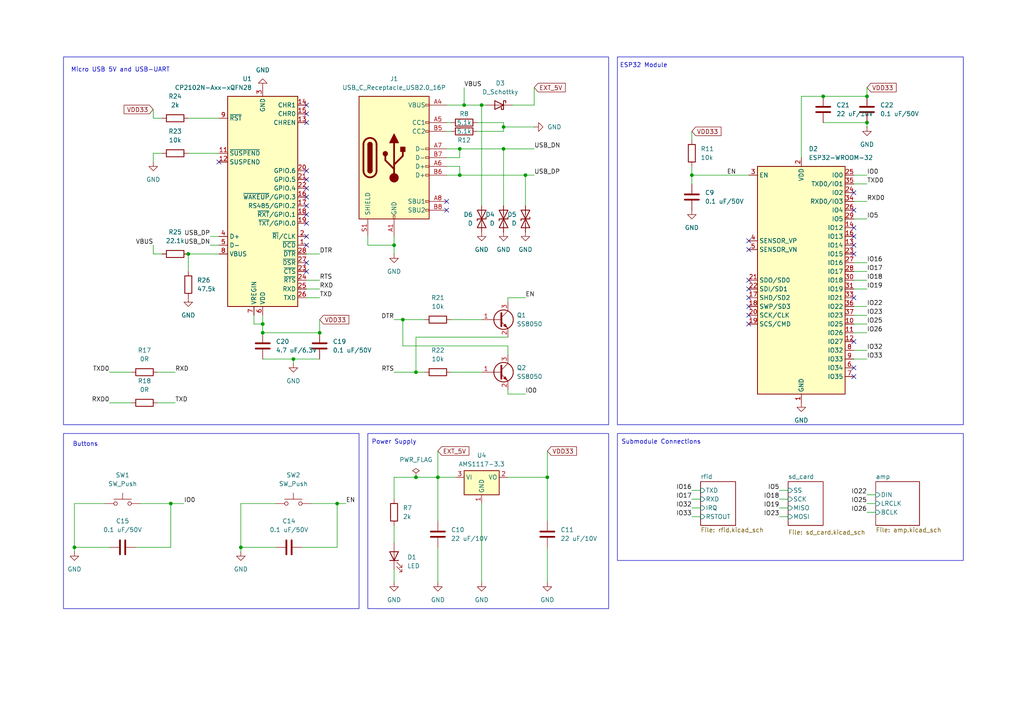
<source format=kicad_sch>
(kicad_sch (version 20250114) (generator "eeschema") (generator_version "9.0")
  (paper "A4")
  (title_block (title "Minecraft Jukebox") (date "2025-07-21") (rev "1.0") (company "C. Boerner"))
  (lib_symbols
    (symbol "Connector:USB_C_Receptacle_USB2.0_16P" (pin_names (offset 1.016))
      (property "Reference" "J" (at 0 22.225 0))
      (property "Value" "USB_C_Receptacle_USB2.0_16P" (at 0 19.685 0))
      (symbol "USB_C_Receptacle_USB2.0_16P_0_0"
        (rectangle (start -0.254 -17.78) (end 0.254 -16.764))
        (rectangle (start 10.16 15.494) (end 9.144 14.986))
        (rectangle (start 10.16 10.414) (end 9.144 9.906))
        (rectangle (start 10.16 7.874) (end 9.144 7.366))
        (rectangle (start 10.16 2.794) (end 9.144 2.286))
        (rectangle (start 10.16 0.254) (end 9.144 -0.254))
        (rectangle (start 10.16 -2.286) (end 9.144 -2.794))
        (rectangle (start 10.16 -4.826) (end 9.144 -5.334))
        (rectangle (start 10.16 -12.446) (end 9.144 -12.954))
        (rectangle (start 10.16 -14.986) (end 9.144 -15.494))
      )
      (symbol "USB_C_Receptacle_USB2.0_16P_0_1"
        (rectangle (start -10.16 17.78) (end 10.16 -17.78) (stroke (width 0.254)) (fill (type background)))
        (polyline (pts (xy -8.89 -3.81) (xy -8.89 3.81)) (stroke (width 0.508)))
        (rectangle (start -7.62 -3.81) (end -6.35 3.81) (stroke (width 0.254)) (fill (type outline)))
        (arc (start -7.62 3.81) (mid -6.985 4.4423) (end -6.35 3.81) (stroke (width 0.254)))
        (arc (start -7.62 3.81) (mid -6.985 4.4423) (end -6.35 3.81) (stroke (width 0.254)) (fill (type outline)))
        (arc (start -8.89 3.81) (mid -6.985 5.7067) (end -5.08 3.81) (stroke (width 0.508)))
        (arc (start -5.08 -3.81) (mid -6.985 -5.7067) (end -8.89 -3.81) (stroke (width 0.508)))
        (arc (start -6.35 -3.81) (mid -6.985 -4.4423) (end -7.62 -3.81) (stroke (width 0.254)))
        (arc (start -6.35 -3.81) (mid -6.985 -4.4423) (end -7.62 -3.81) (stroke (width 0.254)) (fill (type outline)))
        (polyline (pts (xy -5.08 3.81) (xy -5.08 -3.81)) (stroke (width 0.508)))
        (circle (center -2.54 1.143) (radius 0.635) (stroke (width 0.254)) (fill (type outline)))
        (polyline (pts (xy -1.27 4.318) (xy 0 6.858) (xy 1.27 4.318) (xy -1.27 4.318)) (stroke (width 0.254)) (fill (type outline)))
        (polyline (pts (xy 0 -2.032) (xy 2.54 0.508) (xy 2.54 1.778)) (stroke (width 0.508)))
        (polyline (pts (xy 0 -3.302) (xy -2.54 -0.762) (xy -2.54 0.508)) (stroke (width 0.508)))
        (polyline (pts (xy 0 -5.842) (xy 0 4.318)) (stroke (width 0.508)))
        (circle (center 0 -5.842) (radius 1.27) (fill (type outline)))
        (rectangle (start 1.905 1.778) (end 3.175 3.048) (stroke (width 0.254)) (fill (type outline)))
      )
      (symbol "USB_C_Receptacle_USB2.0_16P_1_1"
        (pin passive line (at -7.62 -22.86 90) (length 5.08) (name "SHIELD") (number "S1"))
        (pin passive line (at 0 -22.86 90) (length 5.08) (name "GND") (number "A1"))
        (pin passive line (at 0 -22.86 90) (length 5.08) (hide yes) (name "GND") (number "A12"))
        (pin passive line (at 0 -22.86 90) (length 5.08) (hide yes) (name "GND") (number "B1"))
        (pin passive line (at 0 -22.86 90) (length 5.08) (hide yes) (name "GND") (number "B12"))
        (pin passive line (at 15.24 15.24 180) (length 5.08) (name "VBUS") (number "A4"))
        (pin passive line (at 15.24 15.24 180) (length 5.08) (hide yes) (name "VBUS") (number "A9"))
        (pin passive line (at 15.24 15.24 180) (length 5.08) (hide yes) (name "VBUS") (number "B4"))
        (pin passive line (at 15.24 15.24 180) (length 5.08) (hide yes) (name "VBUS") (number "B9"))
        (pin bidirectional line (at 15.24 10.16 180) (length 5.08) (name "CC1") (number "A5"))
        (pin bidirectional line (at 15.24 7.62 180) (length 5.08) (name "CC2") (number "B5"))
        (pin bidirectional line (at 15.24 2.54 180) (length 5.08) (name "D-") (number "A7"))
        (pin bidirectional line (at 15.24 0 180) (length 5.08) (name "D-") (number "B7"))
        (pin bidirectional line (at 15.24 -2.54 180) (length 5.08) (name "D+") (number "A6"))
        (pin bidirectional line (at 15.24 -5.08 180) (length 5.08) (name "D+") (number "B6"))
        (pin bidirectional line (at 15.24 -12.7 180) (length 5.08) (name "SBU1") (number "A8"))
        (pin bidirectional line (at 15.24 -15.24 180) (length 5.08) (name "SBU2") (number "B8"))
      )
    )
    (symbol "Device:C" (pin_numbers (hide yes)) (pin_names (offset 0.254))
      (property "Reference" "C" (at 0.635 2.54 0))
      (property "Value" "C" (at 0.635 -2.54 0))
      (symbol "C_0_1"
        (polyline (pts (xy -2.032 0.762) (xy 2.032 0.762)) (stroke (width 0.508)))
        (polyline (pts (xy -2.032 -0.762) (xy 2.032 -0.762)) (stroke (width 0.508)))
      )
      (symbol "C_1_1"
        (pin passive line (at 0 3.81 270) (length 2.794) (name "~") (number "1"))
        (pin passive line (at 0 -3.81 90) (length 2.794) (name "~") (number "2"))
      )
    )
    (symbol "Device:D_Schottky" (pin_numbers (hide yes)) (pin_names (offset 1.016) (hide yes))
      (property "Reference" "D" (at 0 2.54 0))
      (property "Value" "D_Schottky" (at 0 -2.54 0))
      (symbol "D_Schottky_0_1"
        (polyline (pts (xy -1.905 0.635) (xy -1.905 1.27) (xy -1.27 1.27) (xy -1.27 -1.27) (xy -0.635 -1.27) (xy -0.635 -0.635)) (stroke (width 0.254)))
        (polyline (pts (xy 1.27 1.27) (xy 1.27 -1.27) (xy -1.27 0) (xy 1.27 1.27)) (stroke (width 0.254)))
        (polyline (pts (xy 1.27 0) (xy -1.27 0)))
      )
      (symbol "D_Schottky_1_1"
        (pin passive line (at -3.81 0 0) (length 2.54) (name "K") (number "1"))
        (pin passive line (at 3.81 0 180) (length 2.54) (name "A") (number "2"))
      )
    )
    (symbol "Device:D_TVS" (pin_numbers (hide yes)) (pin_names (offset 1.016) (hide yes))
      (property "Reference" "D" (at 0 2.54 0))
      (property "Value" "D_TVS" (at 0 -2.54 0))
      (symbol "D_TVS_0_1"
        (polyline (pts (xy -2.54 1.27) (xy -2.54 -1.27) (xy 2.54 1.27) (xy 2.54 -1.27) (xy -2.54 1.27)) (stroke (width 0.254)))
        (polyline (pts (xy 0.508 1.27) (xy 0 1.27) (xy 0 -1.27) (xy -0.508 -1.27)) (stroke (width 0.254)))
        (polyline (pts (xy 1.27 0) (xy -1.27 0)))
      )
      (symbol "D_TVS_1_1"
        (pin passive line (at -3.81 0 0) (length 2.54) (name "A1") (number "1"))
        (pin passive line (at 3.81 0 180) (length 2.54) (name "A2") (number "2"))
      )
    )
    (symbol "Device:LED" (pin_numbers (hide yes)) (pin_names (offset 1.016) (hide yes))
      (property "Reference" "D" (at 0 2.54 0))
      (property "Value" "LED" (at 0 -2.54 0))
      (symbol "LED_0_1"
        (polyline (pts (xy -3.048 -0.762) (xy -4.572 -2.286) (xy -3.81 -2.286) (xy -4.572 -2.286) (xy -4.572 -1.524)))
        (polyline (pts (xy -1.778 -0.762) (xy -3.302 -2.286) (xy -2.54 -2.286) (xy -3.302 -2.286) (xy -3.302 -1.524)))
        (polyline (pts (xy -1.27 0) (xy 1.27 0)))
        (polyline (pts (xy -1.27 -1.27) (xy -1.27 1.27)) (stroke (width 0.254)))
        (polyline (pts (xy 1.27 -1.27) (xy 1.27 1.27) (xy -1.27 0) (xy 1.27 -1.27)) (stroke (width 0.254)))
      )
      (symbol "LED_1_1"
        (pin passive line (at -3.81 0 0) (length 2.54) (name "K") (number "1"))
        (pin passive line (at 3.81 0 180) (length 2.54) (name "A") (number "2"))
      )
    )
    (symbol "Device:R" (pin_numbers (hide yes)) (pin_names (offset 0))
      (property "Reference" "R" (at 2.032 0 90))
      (property "Value" "R" (at 0 0 90))
      (symbol "R_0_1"
        (rectangle (start -1.016 -2.54) (end 1.016 2.54) (stroke (width 0.254)))
      )
      (symbol "R_1_1"
        (pin passive line (at 0 3.81 270) (length 1.27) (name "~") (number "1"))
        (pin passive line (at 0 -3.81 90) (length 1.27) (name "~") (number "2"))
      )
    )
    (symbol "Interface_USB:CP2102N-Axx-xQFN28"
      (property "Reference" "U1" (at -3.1181 -35.56 0))
      (property "Value" "CP2102N-Axx-xQFN28" (at -3.1181 -33.02 0))
      (symbol "CP2102N-Axx-xQFN28_0_1"
        (rectangle (start -10.16 30.48) (end 10.16 -30.48) (stroke (width 0.254)) (fill (type background)))
      )
      (symbol "CP2102N-Axx-xQFN28_1_1"
        (pin input line (at -12.7 15.24 0) (length 2.54) (name "VBUS") (number "8"))
        (pin bidirectional line (at -12.7 12.7 0) (length 2.54) (name "D-") (number "5"))
        (pin bidirectional line (at -12.7 10.16 0) (length 2.54) (name "D+") (number "4"))
        (pin output line (at -12.7 -11.43 0) (length 2.54) (name "SUSPEND") (number "12"))
        (pin output line (at -12.7 -13.97 0) (length 2.54) (name "~{SUSPEND}") (number "11"))
        (pin input line (at -12.7 -24.13 0) (length 2.54) (name "~{RST}") (number "9"))
        (pin no_connect line (at -10.16 -27.94 0) (length 2.54) (hide yes) (name "NC") (number "10"))
        (pin power_in line (at -2.54 33.02 270) (length 2.54) (name "VREGIN") (number "7"))
        (pin power_in line (at 0 33.02 270) (length 2.54) (name "VDD") (number "6"))
        (pin passive line (at 0 -33.02 90) (length 2.54) (hide yes) (name "GND") (number "29"))
        (pin power_in line (at 0 -33.02 90) (length 2.54) (name "GND") (number "3"))
        (pin output line (at 12.7 27.94 180) (length 2.54) (name "TXD") (number "26"))
        (pin input line (at 12.7 25.4 180) (length 2.54) (name "RXD") (number "25"))
        (pin output line (at 12.7 22.86 180) (length 2.54) (name "~{RTS}") (number "24"))
        (pin input line (at 12.7 20.32 180) (length 2.54) (name "~{CTS}") (number "23"))
        (pin input line (at 12.7 17.78 180) (length 2.54) (name "~{DSR}") (number "27"))
        (pin output line (at 12.7 15.24 180) (length 2.54) (name "~{DTR}") (number "28"))
        (pin input line (at 12.7 12.7 180) (length 2.54) (name "~{DCD}") (number "1"))
        (pin bidirectional line (at 12.7 10.16 180) (length 2.54) (name "~{RI}/CLK") (number "2"))
        (pin bidirectional line (at 12.7 6.35 180) (length 2.54) (name "~{TXT}/GPIO.0") (number "19"))
        (pin bidirectional line (at 12.7 3.81 180) (length 2.54) (name "~{RXT}/GPIO.1") (number "18"))
        (pin bidirectional line (at 12.7 1.27 180) (length 2.54) (name "RS485/GPIO.2") (number "17"))
        (pin bidirectional line (at 12.7 -1.27 180) (length 2.54) (name "~{WAKEUP}/GPIO.3") (number "16"))
        (pin bidirectional line (at 12.7 -3.81 180) (length 2.54) (name "GPIO.4") (number "22"))
        (pin bidirectional line (at 12.7 -6.35 180) (length 2.54) (name "GPIO.5") (number "21"))
        (pin bidirectional line (at 12.7 -8.89 180) (length 2.54) (name "GPIO.6") (number "20"))
        (pin output line (at 12.7 -22.86 180) (length 2.54) (name "CHREN") (number "13"))
        (pin output line (at 12.7 -25.4 180) (length 2.54) (name "CHR0") (number "15"))
        (pin output line (at 12.7 -27.94 180) (length 2.54) (name "CHR1") (number "14"))
      )
    )
    (symbol "RF_Module:ESP32-WROOM-32"
      (property "Reference" "D2" (at 2.1433 38.1 0))
      (property "Value" "ESP32-WROOM-32" (at 2.1433 35.56 0))
      (symbol "ESP32-WROOM-32_0_1"
        (rectangle (start -12.7 33.02) (end 12.7 -33.02) (stroke (width 0.254)) (fill (type background)))
      )
      (symbol "ESP32-WROOM-32_1_1"
        (pin input line (at -15.24 30.48 0) (length 2.54) (name "EN") (number "3"))
        (pin input line (at -15.24 11.43 0) (length 2.54) (name "SENSOR_VP") (number "4"))
        (pin input line (at -15.24 8.89 0) (length 2.54) (name "SENSOR_VN") (number "5"))
        (pin bidirectional line (at -15.24 0 0) (length 2.54) (name "SDO/SD0") (number "21"))
        (pin bidirectional line (at -15.24 -2.54 0) (length 2.54) (name "SDI/SD1") (number "22"))
        (pin bidirectional line (at -15.24 -5.08 0) (length 2.54) (name "SHD/SD2") (number "17"))
        (pin bidirectional line (at -15.24 -7.62 0) (length 2.54) (name "SWP/SD3") (number "18"))
        (pin bidirectional line (at -15.24 -10.16 0) (length 2.54) (name "SCK/CLK") (number "20"))
        (pin bidirectional line (at -15.24 -12.7 0) (length 2.54) (name "SCS/CMD") (number "19"))
        (pin no_connect line (at -12.7 -27.94 0) (length 2.54) (hide yes) (name "NC") (number "32"))
        (pin power_in line (at 0 35.56 270) (length 2.54) (name "VDD") (number "2"))
        (pin power_in line (at 0 -35.56 90) (length 2.54) (name "GND") (number "1"))
        (pin passive line (at 0 -35.56 90) (length 2.54) (hide yes) (name "GND") (number "15"))
        (pin passive line (at 0 -35.56 90) (length 2.54) (hide yes) (name "GND") (number "38"))
        (pin passive line (at 0 -35.56 90) (length 2.54) (hide yes) (name "GND") (number "39"))
        (pin bidirectional line (at 15.24 30.48 180) (length 2.54) (name "IO0") (number "25"))
        (pin bidirectional line (at 15.24 27.94 180) (length 2.54) (name "TXD0/IO1") (number "35"))
        (pin bidirectional line (at 15.24 25.4 180) (length 2.54) (name "IO2") (number "24"))
        (pin bidirectional line (at 15.24 22.86 180) (length 2.54) (name "RXD0/IO3") (number "34"))
        (pin bidirectional line (at 15.24 20.32 180) (length 2.54) (name "IO4") (number "26"))
        (pin bidirectional line (at 15.24 17.78 180) (length 2.54) (name "IO5") (number "29"))
        (pin bidirectional line (at 15.24 15.24 180) (length 2.54) (name "IO12") (number "14"))
        (pin bidirectional line (at 15.24 12.7 180) (length 2.54) (name "IO13") (number "16"))
        (pin bidirectional line (at 15.24 10.16 180) (length 2.54) (name "IO14") (number "13"))
        (pin bidirectional line (at 15.24 7.62 180) (length 2.54) (name "IO15") (number "23"))
        (pin bidirectional line (at 15.24 5.08 180) (length 2.54) (name "IO16") (number "27"))
        (pin bidirectional line (at 15.24 2.54 180) (length 2.54) (name "IO17") (number "28"))
        (pin bidirectional line (at 15.24 0 180) (length 2.54) (name "IO18") (number "30"))
        (pin bidirectional line (at 15.24 -2.54 180) (length 2.54) (name "IO19") (number "31"))
        (pin bidirectional line (at 15.24 -5.08 180) (length 2.54) (name "IO21") (number "33"))
        (pin bidirectional line (at 15.24 -7.62 180) (length 2.54) (name "IO22") (number "36"))
        (pin bidirectional line (at 15.24 -10.16 180) (length 2.54) (name "IO23") (number "37"))
        (pin bidirectional line (at 15.24 -12.7 180) (length 2.54) (name "IO25") (number "10"))
        (pin bidirectional line (at 15.24 -15.24 180) (length 2.54) (name "IO26") (number "11"))
        (pin bidirectional line (at 15.24 -17.78 180) (length 2.54) (name "IO27") (number "12"))
        (pin bidirectional line (at 15.24 -20.32 180) (length 2.54) (name "IO32") (number "8"))
        (pin bidirectional line (at 15.24 -22.86 180) (length 2.54) (name "IO33") (number "9"))
        (pin input line (at 15.24 -25.4 180) (length 2.54) (name "IO34") (number "6"))
        (pin input line (at 15.24 -27.94 180) (length 2.54) (name "IO35") (number "7"))
      )
    )
    (symbol "Regulator_Linear:AMS1117-3.3"
      (property "Reference" "U" (at -3.81 3.175 0))
      (property "Value" "AMS1117-3.3" (at 0 3.175 0))
      (symbol "AMS1117-3.3_0_1"
        (rectangle (start -5.08 -5.08) (end 5.08 1.905) (stroke (width 0.254)) (fill (type background)))
      )
      (symbol "AMS1117-3.3_1_1"
        (pin power_in line (at -7.62 0 0) (length 2.54) (name "VI") (number "3"))
        (pin power_in line (at 0 -7.62 90) (length 2.54) (name "GND") (number "1"))
        (pin power_out line (at 7.62 0 180) (length 2.54) (name "VO") (number "2"))
      )
    )
    (symbol "Switch:SW_Push" (pin_numbers (hide yes)) (pin_names (offset 1.016) (hide yes))
      (property "Reference" "SW" (at 1.27 2.54 0))
      (property "Value" "SW_Push" (at 0 -1.524 0))
      (symbol "SW_Push_0_1"
        (circle (center -2.032 0) (radius 0.508))
        (polyline (pts (xy 0 1.27) (xy 0 3.048)))
        (circle (center 2.032 0) (radius 0.508))
        (polyline (pts (xy 2.54 1.27) (xy -2.54 1.27)))
        (pin passive line (at -5.08 0 0) (length 2.54) (name "1") (number "1"))
        (pin passive line (at 5.08 0 180) (length 2.54) (name "2") (number "2"))
      )
    )
    (symbol "Transistor_BJT:SS8050" (pin_names (offset 0) (hide yes))
      (property "Reference" "Q" (at 5.08 1.905 0))
      (property "Value" "SS8050" (at 5.08 0 0))
      (symbol "SS8050_0_1"
        (polyline (pts (xy -2.54 0) (xy 0.635 0)))
        (polyline (pts (xy 0.635 1.905) (xy 0.635 -1.905)) (stroke (width 0.508)))
        (circle (center 1.27 0) (radius 2.8194) (stroke (width 0.254)))
      )
      (symbol "SS8050_1_1"
        (polyline (pts (xy 0.635 0.635) (xy 2.54 2.54)))
        (polyline (pts (xy 0.635 -0.635) (xy 2.54 -2.54)))
        (polyline (pts (xy 1.27 -1.778) (xy 1.778 -1.27) (xy 2.286 -2.286) (xy 1.27 -1.778)) (fill (type outline)))
        (pin input line (at -5.08 0 0) (length 2.54) (name "B") (number "1"))
        (pin passive line (at 2.54 5.08 270) (length 2.54) (name "C") (number "3"))
        (pin passive line (at 2.54 -5.08 90) (length 2.54) (name "E") (number "2"))
      )
    )
    (symbol "power:GND" (power) (pin_numbers (hide yes)) (pin_names (offset 0) (hide yes))
      (property "Value" "GND" (at 0 -3.81 0))
      (symbol "GND_0_1"
        (polyline (pts (xy 0 0) (xy 0 -1.27) (xy 1.27 -1.27) (xy 0 -2.54) (xy -1.27 -1.27) (xy 0 -1.27)))
      )
      (symbol "GND_1_1"
        (pin power_in line (at 0 0 270) (length 0) (name "~") (number "1"))
      )
    )
    (symbol "power:PWR_FLAG" (power) (pin_numbers (hide yes)) (pin_names (offset 0) (hide yes))
      (property "Value" "PWR_FLAG" (at 0 3.81 0))
      (symbol "PWR_FLAG_0_0"
        (pin power_out line (at 0 0 90) (length 0) (name "~") (number "1"))
      )
      (symbol "PWR_FLAG_0_1"
        (polyline (pts (xy 0 0) (xy 0 1.27) (xy -1.016 1.905) (xy 0 2.54) (xy 1.016 1.905) (xy 0 1.27)))
      )
    )
  )
  (rectangle (start 179.07 16.51) (end 279.4 123.19))
  (rectangle (start 106.68 125.73) (end 176.53 176.53))
  (rectangle (start 18.415 16.51) (end 176.53 123.19))
  (rectangle (start 179.07 125.73) (end 279.4 162.56))
  (rectangle (start 18.415 125.73) (end 104.14 176.53))
  (text "Power Supply" (at 114.3 128.27 0) (effects (font (size 1.27 1.27))))
  (text "Buttons" (at 24.765 128.905 0) (effects (font (size 1.27 1.27))))
  (text "ESP32 Module" (at 186.69 19.05 0) (effects (font (size 1.27 1.27))))
  (text "Submodule Connections" (at 191.77 128.27 0) (effects (font (size 1.27 1.27))))
  (text "Micro USB 5V and USB-UART" (at 34.925 20.32 0) (effects (font (size 1.27 1.27))))
  (junction (at 134.62 30.48))
  (junction (at 127 138.43))
  (junction (at 200.66 50.8))
  (junction (at 76.2 93.98))
  (junction (at 158.75 138.43))
  (junction (at 251.46 35.56))
  (junction (at 54.61 73.66))
  (junction (at 120.65 138.43))
  (junction (at 92.71 96.52))
  (junction (at 152.4 50.8))
  (junction (at 21.59 158.75))
  (junction (at 139.7 30.48))
  (junction (at 85.09 104.14))
  (junction (at 97.79 146.05))
  (junction (at 133.35 43.18))
  (junction (at 238.76 27.94))
  (junction (at 114.3 71.12))
  (junction (at 146.05 43.18))
  (junction (at 146.05 36.83))
  (junction (at 69.85 158.75))
  (junction (at 120.65 107.95))
  (junction (at 76.2 96.52))
  (junction (at 133.35 50.8))
  (junction (at 116.84 92.71))
  (junction (at 49.53 146.05))
  (junction (at 251.46 27.94))
  (no_connect (at 247.65 55.88))
  (no_connect (at 217.17 69.85))
  (no_connect (at 217.17 72.39))
  (no_connect (at 88.9 59.69))
  (no_connect (at 88.9 33.02))
  (no_connect (at 247.65 66.04))
  (no_connect (at 217.17 88.9))
  (no_connect (at 129.54 58.42))
  (no_connect (at 217.17 86.36))
  (no_connect (at 247.65 86.36))
  (no_connect (at 88.9 71.12))
  (no_connect (at 217.17 93.98))
  (no_connect (at 217.17 91.44))
  (no_connect (at 217.17 81.28))
  (no_connect (at 247.65 106.68))
  (no_connect (at 88.9 52.07))
  (no_connect (at 63.5 46.99))
  (no_connect (at 247.65 68.58))
  (no_connect (at 88.9 35.56))
  (no_connect (at 88.9 57.15))
  (no_connect (at 129.54 60.96))
  (no_connect (at 88.9 62.23))
  (no_connect (at 88.9 76.2))
  (no_connect (at 247.65 109.22))
  (no_connect (at 88.9 49.53))
  (no_connect (at 88.9 64.77))
  (no_connect (at 88.9 30.48))
  (no_connect (at 88.9 78.74))
  (no_connect (at 88.9 54.61))
  (no_connect (at 217.17 83.82))
  (no_connect (at 247.65 71.12))
  (no_connect (at 247.65 99.06))
  (no_connect (at 247.65 60.96))
  (no_connect (at 88.9 68.58))
  (no_connect (at 247.65 73.66))
  (wire (pts (xy 200.66 147.32) (xy 203.2 147.32)))
  (wire (pts (xy 247.65 78.74) (xy 251.46 78.74)))
  (wire (pts (xy 238.76 27.94) (xy 251.46 27.94)))
  (wire (pts (xy 147.32 138.43) (xy 158.75 138.43)))
  (wire (pts (xy 87.63 158.75) (xy 97.79 158.75)))
  (wire (pts (xy 147.32 86.36) (xy 152.4 86.36)))
  (wire (pts (xy 129.54 45.72) (xy 133.35 45.72)))
  (wire (pts (xy 200.66 48.26) (xy 200.66 50.8)))
  (wire (pts (xy 251.46 35.56) (xy 251.46 36.83)))
  (wire (pts (xy 251.46 148.59) (xy 254 148.59)))
  (wire (pts (xy 80.01 158.75) (xy 69.85 158.75)))
  (wire (pts (xy 21.59 146.05) (xy 21.59 158.75)))
  (wire (pts (xy 130.81 107.95) (xy 139.7 107.95)))
  (wire (pts (xy 46.99 34.29) (xy 44.45 34.29)))
  (wire (pts (xy 92.71 92.71) (xy 92.71 96.52)))
  (wire (pts (xy 146.05 35.56) (xy 146.05 36.83)))
  (wire (pts (xy 114.3 165.1) (xy 114.3 168.91)))
  (wire (pts (xy 226.06 144.78) (xy 228.6 144.78)))
  (wire (pts (xy 147.32 114.3) (xy 152.4 114.3)))
  (wire (pts (xy 226.06 147.32) (xy 228.6 147.32)))
  (wire (pts (xy 133.35 45.72) (xy 133.35 43.18)))
  (wire (pts (xy 114.3 107.95) (xy 120.65 107.95)))
  (wire (pts (xy 45.72 107.95) (xy 50.8 107.95)))
  (wire (pts (xy 139.7 146.05) (xy 139.7 168.91)))
  (wire (pts (xy 88.9 81.28) (xy 92.71 81.28)))
  (wire (pts (xy 73.66 91.44) (xy 73.66 93.98)))
  (wire (pts (xy 139.7 30.48) (xy 140.97 30.48)))
  (wire (pts (xy 114.3 144.78) (xy 114.3 138.43)))
  (wire (pts (xy 114.3 138.43) (xy 120.65 138.43)))
  (wire (pts (xy 146.05 38.1) (xy 138.43 38.1)))
  (wire (pts (xy 21.59 158.75) (xy 21.59 160.02)))
  (wire (pts (xy 39.37 158.75) (xy 49.53 158.75)))
  (wire (pts (xy 116.84 100.33) (xy 116.84 92.71)))
  (wire (pts (xy 120.65 138.43) (xy 127 138.43)))
  (wire (pts (xy 251.46 25.4) (xy 251.46 27.94)))
  (wire (pts (xy 134.62 30.48) (xy 139.7 30.48)))
  (wire (pts (xy 31.75 116.84) (xy 38.1 116.84)))
  (wire (pts (xy 238.76 35.56) (xy 251.46 35.56)))
  (wire (pts (xy 146.05 36.83) (xy 146.05 38.1)))
  (wire (pts (xy 247.65 93.98) (xy 251.46 93.98)))
  (wire (pts (xy 44.45 71.12) (xy 44.45 73.66)))
  (wire (pts (xy 85.09 104.14) (xy 85.09 105.41)))
  (wire (pts (xy 114.3 71.12) (xy 114.3 73.66)))
  (wire (pts (xy 120.65 107.95) (xy 123.19 107.95)))
  (wire (pts (xy 147.32 97.79) (xy 120.65 97.79)))
  (wire (pts (xy 146.05 43.18) (xy 154.94 43.18)))
  (wire (pts (xy 69.85 146.05) (xy 80.01 146.05)))
  (wire (pts (xy 247.65 101.6) (xy 251.46 101.6)))
  (wire (pts (xy 40.64 146.05) (xy 49.53 146.05)))
  (wire (pts (xy 146.05 43.18) (xy 146.05 59.69)))
  (wire (pts (xy 147.32 113.03) (xy 147.32 114.3)))
  (wire (pts (xy 247.65 53.34) (xy 251.46 53.34)))
  (wire (pts (xy 60.96 68.58) (xy 63.5 68.58)))
  (wire (pts (xy 134.62 25.4) (xy 134.62 30.48)))
  (wire (pts (xy 247.65 50.8) (xy 251.46 50.8)))
  (wire (pts (xy 247.65 96.52) (xy 251.46 96.52)))
  (wire (pts (xy 129.54 35.56) (xy 130.81 35.56)))
  (wire (pts (xy 133.35 50.8) (xy 152.4 50.8)))
  (wire (pts (xy 139.7 30.48) (xy 139.7 59.69)))
  (wire (pts (xy 247.65 88.9) (xy 251.46 88.9)))
  (wire (pts (xy 54.61 73.66) (xy 54.61 78.74)))
  (wire (pts (xy 54.61 34.29) (xy 63.5 34.29)))
  (wire (pts (xy 114.3 68.58) (xy 114.3 71.12)))
  (wire (pts (xy 129.54 43.18) (xy 133.35 43.18)))
  (wire (pts (xy 54.61 44.45) (xy 63.5 44.45)))
  (wire (pts (xy 97.79 146.05) (xy 97.79 158.75)))
  (wire (pts (xy 21.59 146.05) (xy 30.48 146.05)))
  (wire (pts (xy 200.66 144.78) (xy 203.2 144.78)))
  (wire (pts (xy 133.35 48.26) (xy 133.35 50.8)))
  (wire (pts (xy 147.32 87.63) (xy 147.32 86.36)))
  (wire (pts (xy 147.32 100.33) (xy 147.32 102.87)))
  (wire (pts (xy 226.06 149.86) (xy 228.6 149.86)))
  (wire (pts (xy 147.32 100.33) (xy 116.84 100.33)))
  (wire (pts (xy 138.43 35.56) (xy 146.05 35.56)))
  (wire (pts (xy 76.2 91.44) (xy 76.2 93.98)))
  (wire (pts (xy 247.65 76.2) (xy 251.46 76.2)))
  (wire (pts (xy 49.53 146.05) (xy 53.34 146.05)))
  (wire (pts (xy 158.75 130.81) (xy 158.75 138.43)))
  (wire (pts (xy 133.35 43.18) (xy 146.05 43.18)))
  (wire (pts (xy 76.2 104.14) (xy 85.09 104.14)))
  (wire (pts (xy 154.94 25.4) (xy 154.94 30.48)))
  (wire (pts (xy 200.66 38.1) (xy 200.66 40.64)))
  (wire (pts (xy 129.54 50.8) (xy 133.35 50.8)))
  (wire (pts (xy 127 130.81) (xy 127 138.43)))
  (wire (pts (xy 127 138.43) (xy 132.08 138.43)))
  (wire (pts (xy 129.54 30.48) (xy 134.62 30.48)))
  (wire (pts (xy 232.41 45.72) (xy 232.41 27.94)))
  (wire (pts (xy 129.54 38.1) (xy 130.81 38.1)))
  (wire (pts (xy 247.65 83.82) (xy 251.46 83.82)))
  (wire (pts (xy 120.65 97.79) (xy 120.65 107.95)))
  (wire (pts (xy 247.65 91.44) (xy 251.46 91.44)))
  (wire (pts (xy 44.45 31.75) (xy 44.45 34.29)))
  (wire (pts (xy 226.06 142.24) (xy 228.6 142.24)))
  (wire (pts (xy 251.46 146.05) (xy 254 146.05)))
  (wire (pts (xy 90.17 146.05) (xy 97.79 146.05)))
  (wire (pts (xy 54.61 73.66) (xy 63.5 73.66)))
  (wire (pts (xy 200.66 149.86) (xy 203.2 149.86)))
  (wire (pts (xy 88.9 86.36) (xy 92.71 86.36)))
  (wire (pts (xy 46.99 44.45) (xy 44.45 44.45)))
  (wire (pts (xy 73.66 93.98) (xy 76.2 93.98)))
  (wire (pts (xy 251.46 81.28) (xy 247.65 81.28)))
  (wire (pts (xy 60.96 71.12) (xy 63.5 71.12)))
  (wire (pts (xy 158.75 138.43) (xy 158.75 151.13)))
  (wire (pts (xy 114.3 92.71) (xy 116.84 92.71)))
  (wire (pts (xy 158.75 158.75) (xy 158.75 168.91)))
  (wire (pts (xy 21.59 158.75) (xy 31.75 158.75)))
  (wire (pts (xy 200.66 50.8) (xy 200.66 53.34)))
  (wire (pts (xy 130.81 92.71) (xy 139.7 92.71)))
  (wire (pts (xy 114.3 152.4) (xy 114.3 157.48)))
  (wire (pts (xy 127 158.75) (xy 127 168.91)))
  (wire (pts (xy 106.68 71.12) (xy 114.3 71.12)))
  (wire (pts (xy 49.53 146.05) (xy 49.53 158.75)))
  (wire (pts (xy 247.65 58.42) (xy 251.46 58.42)))
  (wire (pts (xy 76.2 96.52) (xy 92.71 96.52)))
  (wire (pts (xy 251.46 143.51) (xy 254 143.51)))
  (wire (pts (xy 152.4 50.8) (xy 152.4 59.69)))
  (wire (pts (xy 97.79 146.05) (xy 100.33 146.05)))
  (wire (pts (xy 76.2 93.98) (xy 76.2 96.52)))
  (wire (pts (xy 69.85 146.05) (xy 69.85 158.75)))
  (wire (pts (xy 152.4 50.8) (xy 154.94 50.8)))
  (wire (pts (xy 69.85 158.75) (xy 69.85 160.02)))
  (wire (pts (xy 146.05 36.83) (xy 154.94 36.83)))
  (wire (pts (xy 200.66 142.24) (xy 203.2 142.24)))
  (wire (pts (xy 232.41 27.94) (xy 238.76 27.94)))
  (wire (pts (xy 251.46 63.5) (xy 247.65 63.5)))
  (wire (pts (xy 45.72 116.84) (xy 50.8 116.84)))
  (wire (pts (xy 106.68 68.58) (xy 106.68 71.12)))
  (wire (pts (xy 200.66 50.8) (xy 217.17 50.8)))
  (wire (pts (xy 247.65 104.14) (xy 251.46 104.14)))
  (wire (pts (xy 85.09 104.14) (xy 92.71 104.14)))
  (wire (pts (xy 31.75 107.95) (xy 38.1 107.95)))
  (wire (pts (xy 129.54 48.26) (xy 133.35 48.26)))
  (wire (pts (xy 148.59 30.48) (xy 154.94 30.48)))
  (wire (pts (xy 116.84 92.71) (xy 123.19 92.71)))
  (wire (pts (xy 46.99 73.66) (xy 44.45 73.66)))
  (wire (pts (xy 88.9 73.66) (xy 92.71 73.66)))
  (wire (pts (xy 127 138.43) (xy 127 151.13)))
  (wire (pts (xy 44.45 44.45) (xy 44.45 46.99)))
  (wire (pts (xy 88.9 83.82) (xy 92.71 83.82)))
  (label "IO16" (at 251.46 76.2 0))
  (label "IO23" (at 251.46 91.44 0))
  (label "USB_DP" (at 60.96 68.58 180))
  (label "TXD0" (at 251.46 53.34 0))
  (label "IO25" (at 251.46 93.98 0))
  (label "RXD0" (at 251.46 58.42 0))
  (label "IO23" (at 226.06 149.86 180))
  (label "EN" (at 152.4 86.36 0))
  (label "EN" (at 210.82 50.8 0))
  (label "IO0" (at 251.46 50.8 0))
  (label "VBUS" (at 134.62 25.4 0))
  (label "RTS" (at 92.71 81.28 0))
  (label "IO5" (at 251.46 63.5 0))
  (label "IO32" (at 200.66 147.32 180))
  (label "IO26" (at 251.46 96.52 0))
  (label "IO25" (at 251.46 146.05 180))
  (label "IO22" (at 251.46 143.51 180))
  (label "RXD" (at 92.71 83.82 0))
  (label "TXD" (at 92.71 86.36 0))
  (label "DTR" (at 92.71 73.66 0))
  (label "IO22" (at 251.46 88.9 0))
  (label "IO19" (at 251.46 83.82 0))
  (label "IO33" (at 200.66 149.86 180))
  (label "IO17" (at 251.46 78.74 0))
  (label "TXD" (at 50.8 116.84 0))
  (label "DTR" (at 114.3 92.71 180))
  (label "IO18" (at 226.06 144.78 180))
  (label "VBUS" (at 44.45 71.12 180))
  (label "IO17" (at 200.66 144.78 180))
  (label "RTS" (at 114.3 107.95 180))
  (label "EN" (at 100.33 146.05 0))
  (label "USB_DN" (at 154.94 43.18 0))
  (label "USB_DN" (at 60.96 71.12 180))
  (label "IO0" (at 152.4 114.3 0))
  (label "IO32" (at 251.46 101.6 0))
  (label "RXD" (at 50.8 107.95 0))
  (label "IO0" (at 53.34 146.05 0))
  (label "TXD0" (at 31.75 107.95 180))
  (label "IO26" (at 251.46 148.59 180))
  (label "IO16" (at 200.66 142.24 180))
  (label "RXD0" (at 31.75 116.84 180))
  (label "USB_DP" (at 154.94 50.8 0))
  (label "IO33" (at 251.46 104.14 0))
  (label "IO5" (at 226.06 142.24 180))
  (label "IO19" (at 226.06 147.32 180))
  (label "IO18" (at 251.46 81.28 0))
  (global_label "VDD33" (shape input) (at 200.66 38.1 0) (property "Intersheetrefs" "${INTERSHEET_REFS}" (effects (hide yes))))
  (global_label "EXT_5V" (shape input) (at 154.94 25.4 0) (property "Intersheetrefs" "${INTERSHEET_REFS}" (effects (hide yes))))
  (global_label "VDD33" (shape input) (at 251.46 25.4 0) (property "Intersheetrefs" "${INTERSHEET_REFS}" (effects (hide yes))))
  (global_label "EXT_5V" (shape input) (at 127 130.81 0) (property "Intersheetrefs" "${INTERSHEET_REFS}" (effects (hide yes))))
  (global_label "VDD33" (shape input) (at 44.45 31.75 180) (property "Intersheetrefs" "${INTERSHEET_REFS}" (effects (hide yes))))
  (global_label "VDD33" (shape input) (at 158.75 130.81 0) (property "Intersheetrefs" "${INTERSHEET_REFS}" (effects (hide yes))))
  (global_label "VDD33" (shape input) (at 92.71 92.71 0) (property "Intersheetrefs" "${INTERSHEET_REFS}" (effects (hide yes))))
  (symbol (lib_id "RF_Module:ESP32-WROOM-32") (at 232.41 81.28 0) (unit 1)
    (property "Reference" "D2" (at 234.5533 43.18 0) (effects (justify left)))
    (property "Value" "ESP32-WROOM-32" (at 234.5533 45.72 0) (effects (justify left)))
    (property "Footprint" "RF_Module:ESP32-WROOM-32" (effects (hide yes)))
    (property "Datasheet" "https://www.espressif.com/sites/default/files/documentation/esp32-wroom-32_datasheet_en.pdf" (effects (hide yes)))
    (property "Description" "RF Module, ESP32-D0WDQ6 SoC, Wi-Fi 802.11b/g/n, Bluetooth, BLE, 32-bit, 2.7-3.6V, onboard antenna, SMD" (effects (hide yes)))
  )
  (symbol (lib_id "Device:C") (at 83.82 158.75 90) (unit 1)
    (property "Reference" "C14" (at 83.82 151.13 90))
    (property "Value" "0.1 uF/50V" (at 83.82 153.67 90))
    (property "Footprint" "Capacitor_SMD:C_0402_1005Metric" (effects (hide yes)))
    (property "Description" "Unpolarized capacitor" (effects (hide yes)))
  )
  (symbol (lib_id "Device:R") (at 127 107.95 90) (unit 1)
    (property "Reference" "R22" (at 127 101.6 90))
    (property "Value" "10k" (at 127 104.14 90))
    (property "Footprint" "Resistor_SMD:R_0402_1005Metric" (effects (hide yes)))
    (property "Description" "Resistor" (effects (hide yes)))
  )
  (symbol (lib_id "Switch:SW_Push") (at 35.56 146.05 0) (unit 1)
    (property "Reference" "SW1" (at 35.56 137.795 0))
    (property "Value" "SW_Push" (at 35.56 140.335 0))
    (property "Footprint" "Button_Switch_SMD:SW_SPST_B3U-1100P" (effects (hide yes)))
    (property "Description" "Push button switch, generic, two pins" (effects (hide yes)))
  )
  (symbol (lib_id "Transistor_BJT:SS8050") (at 144.78 107.95 0) (unit 1)
    (property "Reference" "Q2" (at 149.86 106.6799 0) (effects (justify left)))
    (property "Value" "SS8050" (at 149.86 109.2199 0) (effects (justify left)))
    (property "Footprint" "Package_TO_SOT_SMD:SOT-23" (effects (hide yes)))
    (property "Datasheet" "http://www.secosgmbh.com/datasheet/products/SSMPTransistor/SOT-23/SS8050.pdf" (effects (hide yes)))
    (property "Description" "General Purpose NPN Transistor, 1.5A Ic, 25V Vce, SOT-23" (effects (hide yes)))
  )
  (symbol (lib_id "Device:R") (at 134.62 38.1 90) (unit 1)
    (property "Reference" "R12" (at 134.62 40.64 90))
    (property "Value" "5.1k" (at 134.62 38.1 90))
    (property "Description" "Resistor" (effects (hide yes)))
  )
  (symbol (lib_id "power:GND") (at 146.05 67.31 0) (unit 1)
    (property "Reference" "#PWR011" (effects (hide yes)))
    (property "Value" "GND" (at 146.05 72.39 0))
    (property "Description" "Power symbol creates a global label with name \"GND\" , ground" (effects (hide yes)))
  )
  (symbol (lib_id "power:PWR_FLAG") (at 120.65 138.43 0) (unit 1)
    (property "Reference" "#FLG01" (effects (hide yes)))
    (property "Value" "PWR_FLAG" (at 120.65 133.35 0))
    (property "Description" "Special symbol for telling ERC where power comes from" (effects (hide yes)))
  )
  (symbol (lib_id "power:GND") (at 69.85 160.02 0) (unit 1)
    (property "Reference" "#PWR016" (effects (hide yes)))
    (property "Value" "GND" (at 69.85 165.1 0))
    (property "Description" "Power symbol creates a global label with name \"GND\" , ground" (effects (hide yes)))
  )
  (symbol (lib_id "power:GND") (at 44.45 46.99 0) (unit 1)
    (property "Reference" "#PWR06" (effects (hide yes)))
    (property "Value" "GND" (at 44.45 52.07 0))
    (property "Description" "Power symbol creates a global label with name \"GND\" , ground" (effects (hide yes)))
  )
  (symbol (lib_id "Device:R") (at 134.62 35.56 90) (unit 1)
    (property "Reference" "R8" (at 134.62 33.02 90))
    (property "Value" "5.1k" (at 134.62 35.56 90))
    (property "Description" "Resistor" (effects (hide yes)))
  )
  (symbol (lib_id "Switch:SW_Push") (at 85.09 146.05 0) (unit 1)
    (property "Reference" "SW2" (at 85.09 137.795 0))
    (property "Value" "SW_Push" (at 85.09 140.335 0))
    (property "Footprint" "Button_Switch_SMD:SW_SPST_B3U-1100P" (effects (hide yes)))
    (property "Description" "Push button switch, generic, two pins" (effects (hide yes)))
  )
  (symbol (lib_id "Device:C") (at 200.66 57.15 0) (unit 1)
    (property "Reference" "C9" (at 204.47 55.8799 0) (effects (justify left)))
    (property "Value" "0.1 uF/50V" (at 204.47 58.4199 0) (effects (justify left)))
    (property "Footprint" "Capacitor_SMD:C_0402_1005Metric" (effects (hide yes)))
    (property "Description" "Unpolarized capacitor" (effects (hide yes)))
  )
  (symbol (lib_id "power:GND") (at 85.09 105.41 0) (unit 1)
    (property "Reference" "#PWR08" (effects (hide yes)))
    (property "Value" "GND" (at 85.09 110.49 0))
    (property "Description" "Power symbol creates a global label with name \"GND\" , ground" (effects (hide yes)))
  )
  (symbol (lib_id "Device:R") (at 54.61 82.55 0) (unit 1)
    (property "Reference" "R26" (at 57.15 81.2799 0) (effects (justify left)))
    (property "Value" "47.5k" (at 57.15 83.8199 0) (effects (justify left)))
    (property "Footprint" "Resistor_SMD:R_0402_1005Metric" (effects (hide yes)))
    (property "Description" "Resistor" (effects (hide yes)))
  )
  (symbol (lib_id "power:GND") (at 54.61 86.36 0) (unit 1)
    (property "Reference" "#PWR05" (effects (hide yes)))
    (property "Value" "GND" (at 54.61 91.44 0))
    (property "Description" "Power symbol creates a global label with name \"GND\" , ground" (effects (hide yes)))
  )
  (symbol (lib_id "Device:R") (at 50.8 44.45 90) (unit 1)
    (property "Reference" "R23" (at 50.8 38.1 90))
    (property "Value" "10k" (at 50.8 40.64 90))
    (property "Footprint" "Resistor_SMD:R_0402_1005Metric" (effects (hide yes)))
    (property "Description" "Resistor" (effects (hide yes)))
  )
  (symbol (lib_id "Device:C") (at 158.75 154.94 0) (unit 1)
    (property "Reference" "C11" (at 162.56 153.6699 0) (effects (justify left)))
    (property "Value" "22 uF/10V" (at 162.56 156.2099 0) (effects (justify left)))
    (property "Footprint" "Capacitor_SMD:C_0603_1608Metric" (effects (hide yes)))
    (property "Description" "Unpolarized capacitor" (effects (hide yes)))
  )
  (symbol (lib_id "Device:R") (at 50.8 34.29 90) (unit 1)
    (property "Reference" "R24" (at 50.8 27.94 90))
    (property "Value" "2k" (at 50.8 30.48 90))
    (property "Footprint" "Resistor_SMD:R_0402_1005Metric" (effects (hide yes)))
    (property "Description" "Resistor" (effects (hide yes)))
  )
  (symbol (lib_id "Connector:USB_C_Receptacle_USB2.0_16P") (at 114.3 45.72 0) (unit 1)
    (property "Reference" "J1" (at 114.3 22.86 0))
    (property "Value" "USB_C_Receptacle_USB2.0_16P" (at 114.3 25.4 0))
    (property "Footprint" "Connector_USB:USB_C_Receptacle_GCT_USB4105-xx-A_16P_TopMnt_Horizontal" (effects (hide yes)))
    (property "Datasheet" "https://www.usb.org/sites/default/files/documents/usb_type-c.zip" (effects (hide yes)))
    (property "Description" "USB 2.0-only 16P Type-C Receptacle connector" (effects (hide yes)))
  )
  (symbol (lib_id "Interface_USB:CP2102N-Axx-xQFN28") (at 76.2 58.42 0) (mirror x) (unit 1)
    (property "Reference" "U1" (at 73.0819 22.86 0) (effects (justify right)))
    (property "Value" "CP2102N-Axx-xQFN28" (at 73.0819 25.4 0) (effects (justify right)))
    (property "Footprint" "Package_DFN_QFN:QFN-28-1EP_5x5mm_P0.5mm_EP3.35x3.35mm" (effects (hide yes)))
    (property "Datasheet" "https://www.silabs.com/documents/public/data-sheets/cp2102n-datasheet.pdf" (effects (hide yes)))
    (property "Description" "USB to UART master bridge, QFN-28" (effects (hide yes)))
  )
  (symbol (lib_id "Device:R") (at 127 92.71 90) (unit 1)
    (property "Reference" "R21" (at 127 86.36 90))
    (property "Value" "10k" (at 127 88.9 90))
    (property "Footprint" "Resistor_SMD:R_0402_1005Metric" (effects (hide yes)))
    (property "Description" "Resistor" (effects (hide yes)))
  )
  (symbol (lib_id "Transistor_BJT:SS8050") (at 144.78 92.71 0) (unit 1)
    (property "Reference" "Q1" (at 149.86 91.4399 0) (effects (justify left)))
    (property "Value" "SS8050" (at 149.86 93.9799 0) (effects (justify left)))
    (property "Footprint" "Package_TO_SOT_SMD:SOT-23" (effects (hide yes)))
    (property "Datasheet" "http://www.secosgmbh.com/datasheet/products/SSMPTransistor/SOT-23/SS8050.pdf" (effects (hide yes)))
    (property "Description" "General Purpose NPN Transistor, 1.5A Ic, 25V Vce, SOT-23" (effects (hide yes)))
  )
  (symbol (lib_id "Device:C") (at 92.71 100.33 0) (unit 1)
    (property "Reference" "C19" (at 96.52 99.0599 0) (effects (justify left)))
    (property "Value" "0.1 uF/50V" (at 96.52 101.5999 0) (effects (justify left)))
    (property "Footprint" "Capacitor_SMD:C_0402_1005Metric" (effects (hide yes)))
    (property "Description" "Unpolarized capacitor" (effects (hide yes)))
  )
  (symbol (lib_id "power:GND") (at 158.75 168.91 0) (unit 1)
    (property "Reference" "#PWR023" (effects (hide yes)))
    (property "Value" "GND" (at 158.75 173.99 0))
    (property "Description" "Power symbol creates a global label with name \"GND\" , ground" (effects (hide yes)))
  )
  (symbol (lib_id "Device:D_TVS") (at 152.4 63.5 90) (mirror x) (unit 1)
    (property "Reference" "D5" (at 149.86 62.2299 90) (effects (justify left)))
    (property "Value" "D" (at 149.86 64.7699 90) (effects (justify left)))
    (property "Footprint" "Diode_SMD:D_SOD-523" (effects (hide yes)))
    (property "Description" "Bidirectional transient-voltage-suppression diode" (effects (hide yes)))
    (property "Sim.Device" "D" (effects (hide yes)))
    (property "Sim.Pins" "1=K 2=A" (effects (hide yes)))
  )
  (symbol (lib_id "power:GND") (at 139.7 168.91 0) (unit 1)
    (property "Reference" "#PWR022" (effects (hide yes)))
    (property "Value" "GND" (at 139.7 173.99 0))
    (property "Description" "Power symbol creates a global label with name \"GND\" , ground" (effects (hide yes)))
  )
  (symbol (lib_id "power:GND") (at 139.7 67.31 0) (unit 1)
    (property "Reference" "#PWR010" (effects (hide yes)))
    (property "Value" "GND" (at 139.7 72.39 0))
    (property "Description" "Power symbol creates a global label with name \"GND\" , ground" (effects (hide yes)))
  )
  (symbol (lib_id "Device:R") (at 114.3 148.59 0) (unit 1)
    (property "Reference" "R7" (at 116.84 147.3199 0) (effects (justify left)))
    (property "Value" "2k" (at 116.84 149.8599 0) (effects (justify left)))
    (property "Footprint" "Resistor_SMD:R_0402_1005Metric" (effects (hide yes)))
    (property "Description" "Resistor" (effects (hide yes)))
  )
  (symbol (lib_id "power:GND") (at 152.4 67.31 0) (unit 1)
    (property "Reference" "#PWR012" (effects (hide yes)))
    (property "Value" "GND" (at 152.4 72.39 0))
    (property "Description" "Power symbol creates a global label with name \"GND\" , ground" (effects (hide yes)))
  )
  (symbol (lib_id "Device:R") (at 41.91 116.84 90) (unit 1)
    (property "Reference" "R18" (at 41.91 110.49 90))
    (property "Value" "0R" (at 41.91 113.03 90))
    (property "Footprint" "Resistor_SMD:R_0402_1005Metric" (effects (hide yes)))
    (property "Description" "Resistor" (effects (hide yes)))
  )
  (symbol (lib_id "Regulator_Linear:AMS1117-3.3") (at 139.7 138.43 0) (unit 1)
    (property "Reference" "U4" (at 139.7 132.08 0))
    (property "Value" "AMS1117-3.3" (at 139.7 134.62 0))
    (property "Footprint" "Package_TO_SOT_SMD:SOT-223-3_TabPin2" (effects (hide yes)))
    (property "Datasheet" "http://www.advanced-monolithic.com/pdf/ds1117.pdf" (effects (hide yes)))
    (property "Description" "1A Low Dropout regulator, positive, 3.3V fixed output, SOT-223" (effects (hide yes)))
  )
  (symbol (lib_id "Device:R") (at 200.66 44.45 180) (unit 1)
    (property "Reference" "R11" (at 203.2 43.1799 0) (effects (justify right)))
    (property "Value" "10k" (at 203.2 45.7199 0) (effects (justify right)))
    (property "Footprint" "Resistor_SMD:R_0402_1005Metric" (effects (hide yes)))
    (property "Description" "Resistor" (effects (hide yes)))
  )
  (symbol (lib_id "power:GND") (at 200.66 60.96 0) (unit 1)
    (property "Reference" "#PWR014" (effects (hide yes)))
    (property "Value" "GND" (at 200.66 66.04 0))
    (property "Description" "Power symbol creates a global label with name \"GND\" , ground" (effects (hide yes)))
  )
  (symbol (lib_id "Device:C") (at 35.56 158.75 90) (unit 1)
    (property "Reference" "C15" (at 35.56 151.13 90))
    (property "Value" "0.1 uF/50V" (at 35.56 153.67 90))
    (property "Footprint" "Capacitor_SMD:C_0402_1005Metric" (effects (hide yes)))
    (property "Description" "Unpolarized capacitor" (effects (hide yes)))
  )
  (symbol (lib_id "power:GND") (at 251.46 36.83 0) (unit 1)
    (property "Reference" "#PWR013" (effects (hide yes)))
    (property "Value" "GND" (at 251.46 41.91 0))
    (property "Description" "Power symbol creates a global label with name \"GND\" , ground" (effects (hide yes)))
  )
  (symbol (lib_id "power:GND") (at 76.2 25.4 180) (unit 1)
    (property "Reference" "#PWR07" (effects (hide yes)))
    (property "Value" "GND" (at 76.2 20.32 0))
    (property "Description" "Power symbol creates a global label with name \"GND\" , ground" (effects (hide yes)))
  )
  (symbol (lib_id "power:GND") (at 232.41 116.84 0) (unit 1)
    (property "Reference" "#PWR017" (effects (hide yes)))
    (property "Value" "GND" (at 232.41 121.92 0))
    (property "Description" "Power symbol creates a global label with name \"GND\" , ground" (effects (hide yes)))
  )
  (symbol (lib_id "Device:D_TVS") (at 139.7 63.5 270) (mirror x) (unit 1)
    (property "Reference" "D6" (at 137.16 62.2299 90) (effects (justify right)))
    (property "Value" "D" (at 137.16 64.7699 90) (effects (justify right)))
    (property "Footprint" "Diode_SMD:D_SOD-523" (effects (hide yes)))
    (property "Description" "Bidirectional transient-voltage-suppression diode" (effects (hide yes)))
    (property "Sim.Device" "D" (effects (hide yes)))
    (property "Sim.Pins" "1=K 2=A" (effects (hide yes)))
  )
  (symbol (lib_id "power:GND") (at 127 168.91 0) (unit 1)
    (property "Reference" "#PWR04" (effects (hide yes)))
    (property "Value" "GND" (at 127 173.99 0))
    (property "Description" "Power symbol creates a global label with name \"GND\" , ground" (effects (hide yes)))
  )
  (symbol (lib_id "Device:C") (at 238.76 31.75 0) (unit 1)
    (property "Reference" "C21" (at 242.57 30.4799 0) (effects (justify left)))
    (property "Value" "22 uF/10V" (at 242.57 33.0199 0) (effects (justify left)))
    (property "Footprint" "Capacitor_SMD:C_0603_1608Metric" (effects (hide yes)))
    (property "Description" "Unpolarized capacitor" (effects (hide yes)))
  )
  (symbol (lib_id "Device:D_Schottky") (at 144.78 30.48 0) (mirror y) (unit 1)
    (property "Reference" "D3" (at 145.0975 24.13 0))
    (property "Value" "D_Schottky" (at 145.0975 26.67 0))
    (property "Footprint" "Diode_SMD:D_SOD-323F" (effects (hide yes)))
    (property "Description" "Schottky diode" (effects (hide yes)))
  )
  (symbol (lib_id "power:GND") (at 114.3 168.91 0) (unit 1)
    (property "Reference" "#PWR03" (effects (hide yes)))
    (property "Value" "GND" (at 114.3 173.99 0))
    (property "Description" "Power symbol creates a global label with name \"GND\" , ground" (effects (hide yes)))
  )
  (symbol (lib_id "Device:C") (at 76.2 100.33 0) (unit 1)
    (property "Reference" "C20" (at 80.01 99.0599 0) (effects (justify left)))
    (property "Value" "4.7 uF/6.3V" (at 80.01 101.5999 0) (effects (justify left)))
    (property "Footprint" "Capacitor_SMD:C_0402_1005Metric" (effects (hide yes)))
    (property "Description" "Unpolarized capacitor" (effects (hide yes)))
  )
  (symbol (lib_id "Device:C") (at 251.46 31.75 0) (unit 1)
    (property "Reference" "C22" (at 255.27 30.4799 0) (effects (justify left)))
    (property "Value" "0.1 uF/50V" (at 255.27 33.0199 0) (effects (justify left)))
    (property "Footprint" "Capacitor_SMD:C_0402_1005Metric" (effects (hide yes)))
    (property "Description" "Unpolarized capacitor" (effects (hide yes)))
  )
  (symbol (lib_id "power:GND") (at 21.59 160.02 0) (unit 1)
    (property "Reference" "#PWR015" (effects (hide yes)))
    (property "Value" "GND" (at 21.59 165.1 0))
    (property "Description" "Power symbol creates a global label with name \"GND\" , ground" (effects (hide yes)))
  )
  (symbol (lib_id "Device:C") (at 127 154.94 0) (unit 1)
    (property "Reference" "C10" (at 130.81 153.6699 0) (effects (justify left)))
    (property "Value" "22 uF/10V" (at 130.81 156.2099 0) (effects (justify left)))
    (property "Footprint" "Capacitor_SMD:C_0603_1608Metric" (effects (hide yes)))
    (property "Description" "Unpolarized capacitor" (effects (hide yes)))
  )
  (symbol (lib_id "power:GND") (at 114.3 73.66 0) (unit 1)
    (property "Reference" "#PWR09" (effects (hide yes)))
    (property "Value" "GND" (at 114.3 78.74 0))
    (property "Description" "Power symbol creates a global label with name \"GND\" , ground" (effects (hide yes)))
  )
  (symbol (lib_id "power:GND") (at 154.94 36.83 90) (unit 1)
    (property "Reference" "#PWR032" (effects (hide yes)))
    (property "Value" "GND" (at 158.75 36.8299 90) (effects (justify right)))
    (property "Description" "Power symbol creates a global label with name \"GND\" , ground" (effects (hide yes)))
  )
  (symbol (lib_id "Device:D_TVS") (at 146.05 63.5 270) (mirror x) (unit 1)
    (property "Reference" "D4" (at 143.51 62.2299 90) (effects (justify right)))
    (property "Value" "D" (at 143.51 64.7699 90) (effects (justify right)))
    (property "Footprint" "Diode_SMD:D_SOD-523" (effects (hide yes)))
    (property "Description" "Bidirectional transient-voltage-suppression diode" (effects (hide yes)))
    (property "Sim.Device" "D" (effects (hide yes)))
    (property "Sim.Pins" "1=K 2=A" (effects (hide yes)))
  )
  (symbol (lib_id "Device:LED") (at 114.3 161.29 90) (unit 1)
    (property "Reference" "D1" (at 118.11 161.6074 90) (effects (justify right)))
    (property "Value" "LED" (at 118.11 164.1474 90) (effects (justify right)))
    (property "Footprint" "LED_SMD:LED_0603_1608Metric" (effects (hide yes)))
    (property "Description" "Light emitting diode" (effects (hide yes)))
    (property "Sim.Pins" "1=K 2=A" (effects (hide yes)))
  )
  (symbol (lib_id "Device:R") (at 50.8 73.66 90) (unit 1)
    (property "Reference" "R25" (at 50.8 67.31 90))
    (property "Value" "22.1k" (at 50.8 69.85 90))
    (property "Footprint" "Resistor_SMD:R_0402_1005Metric" (effects (hide yes)))
    (property "Description" "Resistor" (effects (hide yes)))
  )
  (symbol (lib_id "Device:R") (at 41.91 107.95 90) (unit 1)
    (property "Reference" "R17" (at 41.91 101.6 90))
    (property "Value" "0R" (at 41.91 104.14 90))
    (property "Footprint" "Resistor_SMD:R_0402_1005Metric" (effects (hide yes)))
    (property "Description" "Resistor" (effects (hide yes)))
  )
  (sheet (at 228.6 139.7) (size 10.16 12.7) (stroke (width 0.1524))
    (property "Sheetname" "sd_card" (at 228.6 138.9884 0) (effects (justify left bottom)))
    (property "Sheetfile" "sd_card.kicad_sch" (at 228.6 153.67 0) (effects (justify left top)))
    (pin "MISO" input (at 228.6 147.32 180))
    (pin "MOSI" input (at 228.6 149.86 180))
    (pin "SCK" input (at 228.6 144.78 180))
    (pin "SS" input (at 228.6 142.24 180))
  )
  (sheet (at 254 139.7) (size 12.7 12.7) (stroke (width 0.1524))
    (property "Sheetname" "amp" (at 254 138.9884 0) (effects (justify left bottom)))
    (property "Sheetfile" "amp.kicad_sch" (at 254 152.9846 0) (effects (justify left top)))
    (pin "BCLK" input (at 254 148.59 180))
    (pin "DIN" input (at 254 143.51 180))
    (pin "LRCLK" input (at 254 146.05 180))
  )
  (sheet (at 203.2 139.7) (size 10.16 12.7) (stroke (width 0.1524))
    (property "Sheetname" "rfid" (at 203.2 138.9884 0) (effects (justify left bottom)))
    (property "Sheetfile" "rfid.kicad_sch" (at 203.2 152.9846 0) (effects (justify left top)))
    (pin "RXD" input (at 203.2 144.78 180))
    (pin "IRQ" input (at 203.2 147.32 180))
    (pin "RSTOUT" input (at 203.2 149.86 180))
    (pin "TXD" input (at 203.2 142.24 180))
  )
)
</source>
